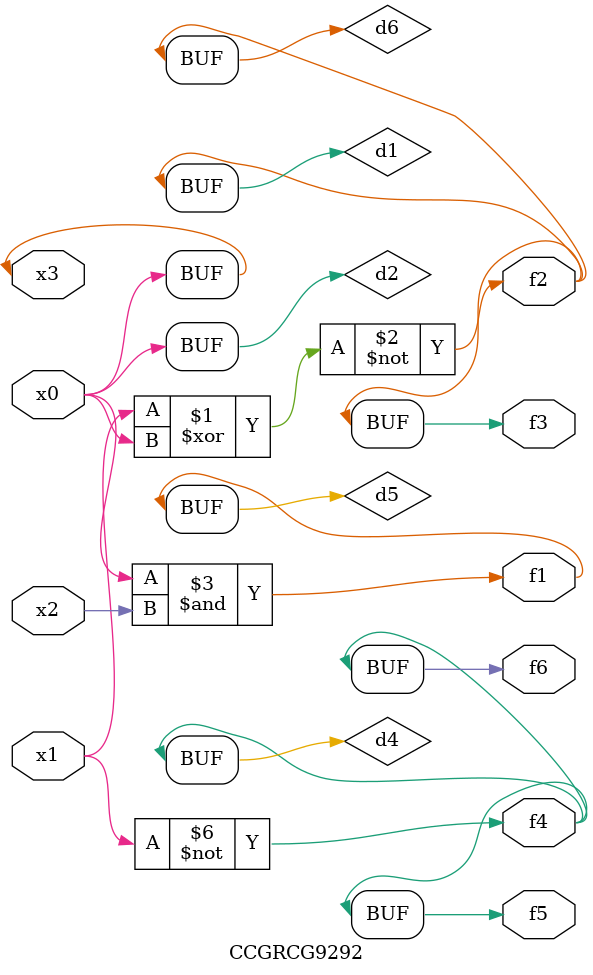
<source format=v>
module CCGRCG9292(
	input x0, x1, x2, x3,
	output f1, f2, f3, f4, f5, f6
);

	wire d1, d2, d3, d4, d5, d6;

	xnor (d1, x1, x3);
	buf (d2, x0, x3);
	nand (d3, x0, x2);
	not (d4, x1);
	nand (d5, d3);
	or (d6, d1);
	assign f1 = d5;
	assign f2 = d6;
	assign f3 = d6;
	assign f4 = d4;
	assign f5 = d4;
	assign f6 = d4;
endmodule

</source>
